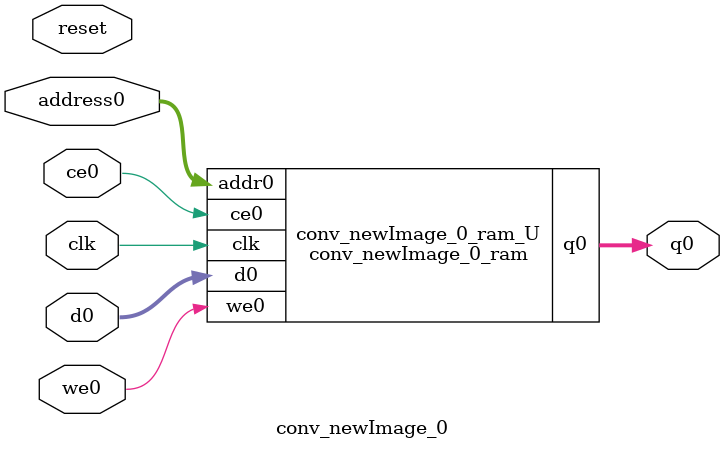
<source format=v>

`timescale 1 ns / 1 ps
module conv_newImage_0_ram (addr0, ce0, d0, we0, q0,  clk);

parameter DWIDTH = 8;
parameter AWIDTH = 10;
parameter MEM_SIZE = 960;

input[AWIDTH-1:0] addr0;
input ce0;
input[DWIDTH-1:0] d0;
input we0;
output reg[DWIDTH-1:0] q0;
input clk;

(* ram_style = "block" *)reg [DWIDTH-1:0] ram[0:MEM_SIZE-1];




always @(posedge clk)  
begin 
    if (ce0) 
    begin
        if (we0) 
        begin 
            ram[addr0] <= d0; 
            q0 <= d0;
        end 
        else 
            q0 <= ram[addr0];
    end
end


endmodule


`timescale 1 ns / 1 ps
module conv_newImage_0(
    reset,
    clk,
    address0,
    ce0,
    we0,
    d0,
    q0);

parameter DataWidth = 32'd8;
parameter AddressRange = 32'd960;
parameter AddressWidth = 32'd10;
input reset;
input clk;
input[AddressWidth - 1:0] address0;
input ce0;
input we0;
input[DataWidth - 1:0] d0;
output[DataWidth - 1:0] q0;



conv_newImage_0_ram conv_newImage_0_ram_U(
    .clk( clk ),
    .addr0( address0 ),
    .ce0( ce0 ),
    .we0( we0 ),
    .d0( d0 ),
    .q0( q0 ));

endmodule


</source>
